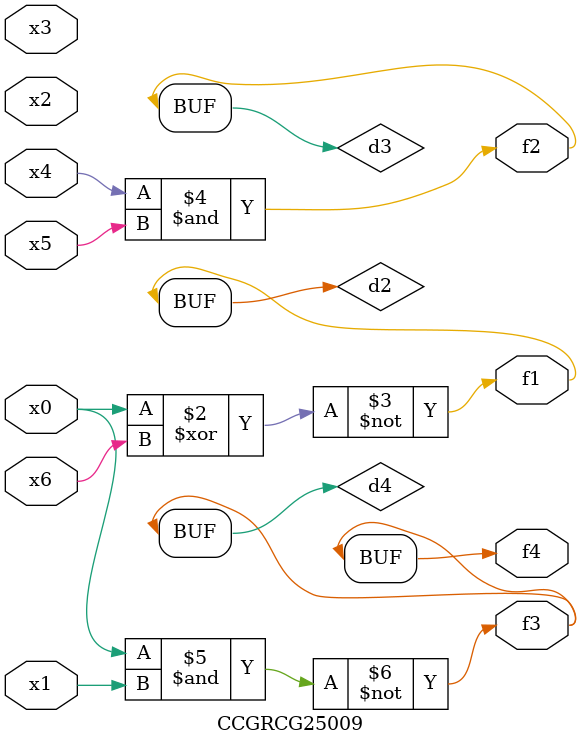
<source format=v>
module CCGRCG25009(
	input x0, x1, x2, x3, x4, x5, x6,
	output f1, f2, f3, f4
);

	wire d1, d2, d3, d4;

	nor (d1, x0);
	xnor (d2, x0, x6);
	and (d3, x4, x5);
	nand (d4, x0, x1);
	assign f1 = d2;
	assign f2 = d3;
	assign f3 = d4;
	assign f4 = d4;
endmodule

</source>
